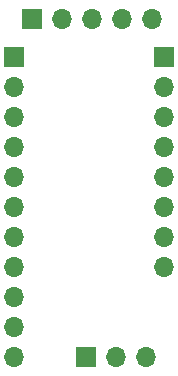
<source format=gbr>
%TF.GenerationSoftware,KiCad,Pcbnew,8.0.6*%
%TF.CreationDate,2024-11-24T13:18:03-08:00*%
%TF.ProjectId,pic32_breakout,70696333-325f-4627-9265-616b6f75742e,rev?*%
%TF.SameCoordinates,Original*%
%TF.FileFunction,Soldermask,Bot*%
%TF.FilePolarity,Negative*%
%FSLAX46Y46*%
G04 Gerber Fmt 4.6, Leading zero omitted, Abs format (unit mm)*
G04 Created by KiCad (PCBNEW 8.0.6) date 2024-11-24 13:18:03*
%MOMM*%
%LPD*%
G01*
G04 APERTURE LIST*
%ADD10O,1.700000X1.700000*%
%ADD11R,1.700000X1.700000*%
G04 APERTURE END LIST*
D10*
%TO.C,J1*%
X111180000Y-100400000D03*
X108640000Y-100400000D03*
D11*
X106100000Y-100400000D03*
%TD*%
D10*
%TO.C,J2*%
X111620000Y-71800000D03*
X109080000Y-71800000D03*
X106540000Y-71800000D03*
X104000000Y-71800000D03*
D11*
X101460000Y-71800000D03*
%TD*%
D10*
%TO.C,J5*%
X112700000Y-92780000D03*
X112700000Y-90240000D03*
X112700000Y-87700000D03*
X112700000Y-85160000D03*
X112700000Y-82620000D03*
X112700000Y-80080000D03*
X112700000Y-77540000D03*
D11*
X112700000Y-75000000D03*
%TD*%
%TO.C,J3*%
X100000000Y-75000000D03*
D10*
X100000000Y-77540000D03*
X100000000Y-80080000D03*
X100000000Y-82620000D03*
X100000000Y-85160000D03*
X100000000Y-87700000D03*
X100000000Y-90240000D03*
X100000000Y-92780000D03*
X100000000Y-95320000D03*
X100000000Y-97860000D03*
X100000000Y-100400000D03*
%TD*%
M02*

</source>
